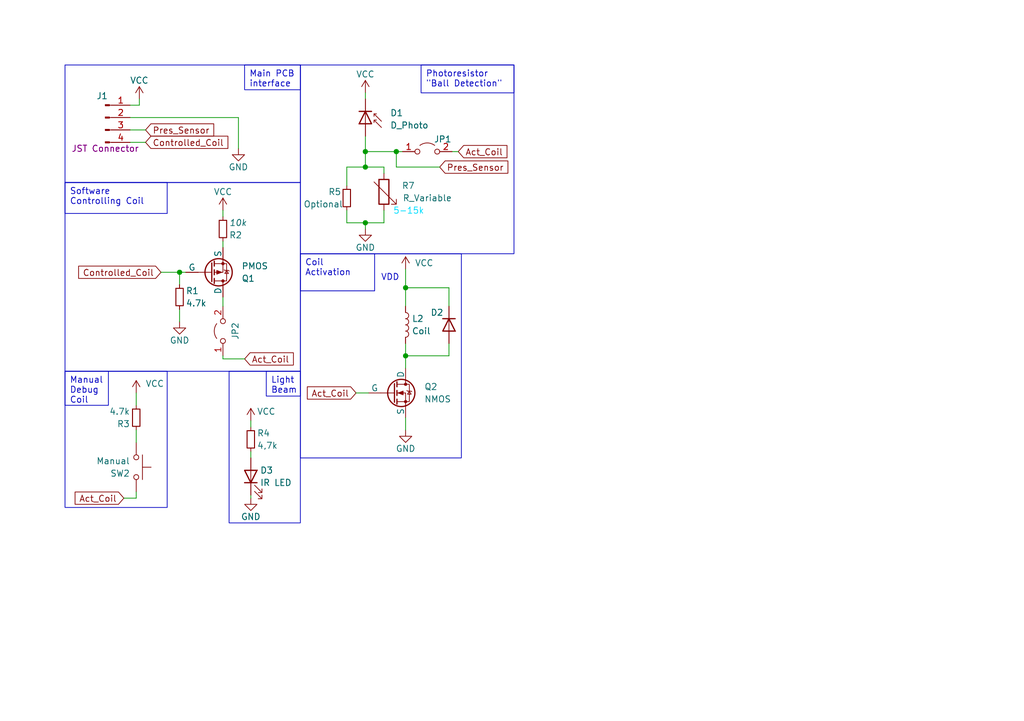
<source format=kicad_sch>
(kicad_sch (version 20230121) (generator eeschema)
  (paper "A5")
  (lib_symbols
    (symbol "Connector:Conn_01x04_Pin" (pin_names (offset 1.016) hide)
      (property "Reference" "J2" (at 0 3.81 0))
      (property "Note" "JST Connector" (at 0.635 -6.985 0))
      (symbol "Conn_01x04_Pin_1_1"
        (polyline (pts (xy 1.27 -5.08) (xy 0.8636 -5.08)) (stroke (width 0.1524)))
        (polyline (pts (xy 1.27 -2.54) (xy 0.8636 -2.54)) (stroke (width 0.1524)))
        (polyline (pts (xy 1.27 0) (xy 0.8636 0)) (stroke (width 0.1524)))
        (polyline (pts (xy 1.27 2.54) (xy 0.8636 2.54)) (stroke (width 0.1524)))
        (rectangle (start 0.8636 -4.953) (end 0 -5.207) (stroke (width 0.1524)) (fill (type outline)))
        (rectangle (start 0.8636 -2.413) (end 0 -2.667) (stroke (width 0.1524)) (fill (type outline)))
        (rectangle (start 0.8636 0.127) (end 0 -0.127) (stroke (width 0.1524)) (fill (type outline)))
        (rectangle (start 0.8636 2.667) (end 0 2.413) (stroke (width 0.1524)) (fill (type outline)))
        (pin power_out line (at 5.08 2.54 180) (length 3.81) (name "Pin_1") (number "1"))
        (pin power_out line (at 5.08 0 180) (length 3.81) (name "Pin_2") (number "2"))
        (pin passive line (at 5.08 -2.54 180) (length 3.81) (name "Pin_3") (number "3"))
        (pin passive line (at 5.08 -5.08 180) (length 3.81) (name "Pin_4") (number "4"))
      )
    )
    (symbol "Device:D_Photo" (pin_numbers hide) (pin_names hide)
      (property "Reference" "D" (at 0.508 1.778 0))
      (property "Value" "D_Photo" (at -1.016 -2.794 0))
      (symbol "D_Photo_0_1"
        (polyline (pts (xy -2.54 1.27) (xy -2.54 -1.27)) (stroke (width 0.254)))
        (polyline (pts (xy -2.032 1.778) (xy -1.524 1.778)))
        (polyline (pts (xy 0 0) (xy -2.54 0)))
        (polyline (pts (xy -0.508 3.302) (xy -2.032 1.778) (xy -2.032 2.286)))
        (polyline (pts (xy 0 -1.27) (xy 0 1.27) (xy -2.54 0) (xy 0 -1.27)) (stroke (width 0.254)))
        (polyline (pts (xy 0.762 3.302) (xy -0.762 1.778) (xy -0.762 2.286) (xy -0.762 1.778) (xy -0.254 1.778)))
      )
      (symbol "D_Photo_1_1"
        (pin passive line (at -5.08 0 0) (length 2.54) (name "K") (number "1"))
        (pin passive line (at 2.54 0 180) (length 2.54) (name "A") (number "2"))
      )
    )
    (symbol "Device:L" (pin_numbers hide) (pin_names (offset 1.016) hide)
      (property "Reference" "L" (at -1.27 0 90))
      (property "Value" "L" (at 1.905 0 90))
      (symbol "L_0_1"
        (arc (start 0 -2.54) (mid 0.6323 -1.905) (end 0 -1.27))
        (arc (start 0 -1.27) (mid 0.6323 -0.635) (end 0 0))
        (arc (start 0 0) (mid 0.6323 0.635) (end 0 1.27))
        (arc (start 0 1.27) (mid 0.6323 1.905) (end 0 2.54))
      )
      (symbol "L_1_1"
        (pin passive line (at 0 3.81 270) (length 1.27) (name "1") (number "1"))
        (pin passive line (at 0 -3.81 90) (length 1.27) (name "2") (number "2"))
      )
    )
    (symbol "Device:LED" (pin_numbers hide) (pin_names (offset 1.016) hide)
      (property "Reference" "D" (at 0 2.54 0))
      (property "Value" "LED" (at 0 -2.54 0))
      (symbol "LED_0_1"
        (polyline (pts (xy -1.27 -1.27) (xy -1.27 1.27)) (stroke (width 0.254)))
        (polyline (pts (xy -1.27 0) (xy 1.27 0)))
        (polyline (pts (xy 1.27 -1.27) (xy 1.27 1.27) (xy -1.27 0) (xy 1.27 -1.27)) (stroke (width 0.254)))
        (polyline (pts (xy -3.048 -0.762) (xy -4.572 -2.286) (xy -3.81 -2.286) (xy -4.572 -2.286) (xy -4.572 -1.524)))
        (polyline (pts (xy -1.778 -0.762) (xy -3.302 -2.286) (xy -2.54 -2.286) (xy -3.302 -2.286) (xy -3.302 -1.524)))
      )
      (symbol "LED_1_1"
        (pin passive line (at -3.81 0 0) (length 2.54) (name "K") (number "1"))
        (pin passive line (at 3.81 0 180) (length 2.54) (name "A") (number "2"))
      )
    )
    (symbol "Device:R_Small" (pin_numbers hide) (pin_names (offset 0.254) hide)
      (property "Reference" "R" (at 0.762 0.508 0))
      (property "Value" "R_Small" (at 0.762 -1.016 0))
      (symbol "R_Small_0_1"
        (rectangle (start -0.762 1.778) (end 0.762 -1.778) (stroke (width 0.2032)))
      )
      (symbol "R_Small_1_1"
        (pin passive line (at 0 2.54 270) (length 0.762) (name "~") (number "1"))
        (pin passive line (at 0 -2.54 90) (length 0.762) (name "~") (number "2"))
      )
    )
    (symbol "Device:R_Variable" (pin_numbers hide) (pin_names (offset 0))
      (property "Reference" "R" (at 2.54 -2.54 90))
      (property "Value" "R_Variable" (at -2.54 -1.27 90))
      (symbol "R_Variable_0_1"
        (rectangle (start -1.016 -2.54) (end 1.016 2.54) (stroke (width 0.254)))
        (polyline (pts (xy 2.54 1.524) (xy 2.54 2.54) (xy 1.524 2.54) (xy 2.54 2.54) (xy -2.032 -2.032)))
      )
      (symbol "R_Variable_1_1"
        (pin passive line (at 0 3.81 270) (length 1.27) (name "~") (number "1"))
        (pin passive line (at 0 -3.81 90) (length 1.27) (name "~") (number "2"))
      )
    )
    (symbol "Diode:1N914WT" (pin_numbers hide) (pin_names hide)
      (property "Reference" "D" (at 0 2.54 0))
      (property "Value" "1N914WT" (at 0 -2.54 0))
      (symbol "1N914WT_0_1"
        (polyline (pts (xy -1.27 1.27) (xy -1.27 -1.27)) (stroke (width 0.254)))
        (polyline (pts (xy 1.27 0) (xy -1.27 0)))
        (polyline (pts (xy 1.27 1.27) (xy 1.27 -1.27) (xy -1.27 0) (xy 1.27 1.27)) (stroke (width 0.254)))
      )
      (symbol "1N914WT_1_1"
        (pin passive line (at -3.81 0 0) (length 2.54) (name "K") (number "1"))
        (pin passive line (at 3.81 0 180) (length 2.54) (name "A") (number "2"))
      )
    )
    (symbol "Jumper:Jumper_2_Open" (pin_names (offset 0) hide)
      (property "Reference" "JP" (at 0 2.794 0))
      (property "Value" "Jumper_2_Open" (at 0 -2.286 0))
      (symbol "Jumper_2_Open_0_0"
        (circle (center -2.032 0) (radius 0.508))
        (circle (center 2.032 0) (radius 0.508))
      )
      (symbol "Jumper_2_Open_0_1"
        (arc (start 1.524 1.27) (mid 0 1.778) (end -1.524 1.27))
      )
      (symbol "Jumper_2_Open_1_1"
        (pin passive line (at -5.08 0 0) (length 2.54) (name "A") (number "1"))
        (pin passive line (at 5.08 0 180) (length 2.54) (name "B") (number "2"))
      )
    )
    (symbol "Simulation_SPICE:NMOS" (pin_numbers hide) (pin_names (offset 0))
      (property "Reference" "Q" (at 5.08 1.27 0))
      (property "Value" "NMOS" (at 5.08 -1.27 0))
      (symbol "NMOS_0_1"
        (polyline (pts (xy 0.254 0) (xy -2.54 0)))
        (polyline (pts (xy 0.254 1.905) (xy 0.254 -1.905)) (stroke (width 0.254)))
        (polyline (pts (xy 0.762 -1.27) (xy 0.762 -2.286)) (stroke (width 0.254)))
        (polyline (pts (xy 0.762 0.508) (xy 0.762 -0.508)) (stroke (width 0.254)))
        (polyline (pts (xy 0.762 2.286) (xy 0.762 1.27)) (stroke (width 0.254)))
        (polyline (pts (xy 2.54 2.54) (xy 2.54 1.778)))
        (polyline (pts (xy 2.54 -2.54) (xy 2.54 0) (xy 0.762 0)))
        (polyline (pts (xy 0.762 -1.778) (xy 3.302 -1.778) (xy 3.302 1.778) (xy 0.762 1.778)))
        (polyline (pts (xy 1.016 0) (xy 2.032 0.381) (xy 2.032 -0.381) (xy 1.016 0)) (fill (type outline)))
        (polyline (pts (xy 2.794 0.508) (xy 2.921 0.381) (xy 3.683 0.381) (xy 3.81 0.254)))
        (polyline (pts (xy 3.302 0.381) (xy 2.921 -0.254) (xy 3.683 -0.254) (xy 3.302 0.381)))
        (circle (center 1.651 0) (radius 2.794) (stroke (width 0.254)))
        (circle (center 2.54 -1.778) (radius 0.254) (fill (type outline)))
        (circle (center 2.54 1.778) (radius 0.254) (fill (type outline)))
      )
      (symbol "NMOS_1_1"
        (pin passive line (at 2.54 5.08 270) (length 2.54) (name "D") (number "1"))
        (pin input line (at -5.08 0 0) (length 2.54) (name "G") (number "2"))
        (pin passive line (at 2.54 -5.08 90) (length 2.54) (name "S") (number "3"))
      )
    )
    (symbol "Simulation_SPICE:PMOS" (pin_numbers hide) (pin_names (offset 0))
      (property "Reference" "Q" (at 5.08 1.27 0))
      (property "Value" "PMOS" (at 5.08 -1.27 0))
      (symbol "PMOS_0_1"
        (polyline (pts (xy 0.254 0) (xy -2.54 0)))
        (polyline (pts (xy 0.254 1.905) (xy 0.254 -1.905)) (stroke (width 0.254)))
        (polyline (pts (xy 0.762 -1.27) (xy 0.762 -2.286)) (stroke (width 0.254)))
        (polyline (pts (xy 0.762 0.508) (xy 0.762 -0.508)) (stroke (width 0.254)))
        (polyline (pts (xy 0.762 2.286) (xy 0.762 1.27)) (stroke (width 0.254)))
        (polyline (pts (xy 2.54 2.54) (xy 2.54 1.778)))
        (polyline (pts (xy 2.54 -2.54) (xy 2.54 0) (xy 0.762 0)))
        (polyline (pts (xy 0.762 1.778) (xy 3.302 1.778) (xy 3.302 -1.778) (xy 0.762 -1.778)))
        (polyline (pts (xy 2.286 0) (xy 1.27 0.381) (xy 1.27 -0.381) (xy 2.286 0)) (fill (type outline)))
        (polyline (pts (xy 2.794 -0.508) (xy 2.921 -0.381) (xy 3.683 -0.381) (xy 3.81 -0.254)))
        (polyline (pts (xy 3.302 -0.381) (xy 2.921 0.254) (xy 3.683 0.254) (xy 3.302 -0.381)))
        (circle (center 1.651 0) (radius 2.794) (stroke (width 0.254)))
        (circle (center 2.54 -1.778) (radius 0.254) (fill (type outline)))
        (circle (center 2.54 1.778) (radius 0.254) (fill (type outline)))
      )
      (symbol "PMOS_1_1"
        (pin passive line (at 2.54 5.08 270) (length 2.54) (name "D") (number "1"))
        (pin input line (at -5.08 0 0) (length 2.54) (name "G") (number "2"))
        (pin passive line (at 2.54 -5.08 90) (length 2.54) (name "S") (number "3"))
      )
    )
    (symbol "Switch:SW_Push" (pin_numbers hide) (pin_names (offset 1.016) hide)
      (property "Reference" "SW" (at 1.27 2.54 0))
      (property "Value" "SW_Push" (at 0 -1.524 0))
      (symbol "SW_Push_0_1"
        (circle (center -2.032 0) (radius 0.508))
        (polyline (pts (xy 0 1.27) (xy 0 3.048)))
        (polyline (pts (xy 2.54 1.27) (xy -2.54 1.27)))
        (circle (center 2.032 0) (radius 0.508))
        (pin passive line (at -5.08 0 0) (length 2.54) (name "1") (number "1"))
        (pin passive line (at 5.08 0 180) (length 2.54) (name "2") (number "2"))
      )
    )
    (symbol "power:GND" (power) (pin_names (offset 0))
      (property "Value" "GND" (at 0 -3.81 0))
      (symbol "GND_0_1"
        (polyline (pts (xy 0 0) (xy 0 -1.27) (xy 1.27 -1.27) (xy 0 -2.54) (xy -1.27 -1.27) (xy 0 -1.27)))
      )
      (symbol "GND_1_1"
        (pin power_in line (at 0 0 270) (length 0) hide (name "GND") (number "1"))
      )
    )
    (symbol "power:VCC" (power) (pin_names (offset 0))
      (property "Value" "VCC" (at 0 3.81 0))
      (symbol "VCC_0_1"
        (polyline (pts (xy -0.762 1.27) (xy 0 2.54)))
        (polyline (pts (xy 0 0) (xy 0 2.54)))
        (polyline (pts (xy 0 2.54) (xy 0.762 1.27)))
      )
      (symbol "VCC_1_1"
        (pin power_in line (at 0 0 90) (length 0) hide (name "VCC") (number "1"))
      )
    )
  )
  (junction (at 74.93 45.72))
  (junction (at 74.93 31.115))
  (junction (at 83.185 59.055))
  (junction (at 81.28 31.115))
  (junction (at 74.93 34.29))
  (junction (at 36.83 55.88))
  (junction (at 83.185 73.025))
  (wire (pts (xy 26.67 21.59) (xy 28.575 21.59)))
  (wire (pts (xy 26.67 29.21) (xy 29.845 29.21)))
  (wire (pts (xy 45.72 43.18) (xy 45.72 44.45)))
  (wire (pts (xy 26.67 24.13) (xy 48.895 24.13)))
  (wire (pts (xy 27.94 102.235) (xy 27.94 100.965)))
  (wire (pts (xy 92.71 31.115) (xy 93.98 31.115)))
  (wire (pts (xy 74.93 31.115) (xy 81.28 31.115)))
  (wire (pts (xy 26.67 26.67) (xy 29.845 26.67)))
  (wire (pts (xy 92.075 70.485) (xy 92.075 73.025)))
  (wire (pts (xy 90.17 34.29) (xy 81.28 34.29)))
  (wire (pts (xy 83.185 73.025) (xy 83.185 75.565)))
  (wire (pts (xy 36.83 55.88) (xy 38.1 55.88)))
  (wire (pts (xy 28.575 21.59) (xy 28.575 20.32)))
  (wire (pts (xy 45.72 49.53) (xy 45.72 50.8)))
  (wire (pts (xy 51.435 86.36) (xy 51.435 87.63)))
  (wire (pts (xy 73.025 80.645) (xy 75.565 80.645)))
  (wire (pts (xy 27.94 83.185) (xy 27.94 80.645)))
  (wire (pts (xy 83.185 55.245) (xy 83.185 59.055)))
  (wire (pts (xy 74.93 45.72) (xy 78.74 45.72)))
  (wire (pts (xy 36.83 55.88) (xy 36.83 58.42)))
  (wire (pts (xy 71.12 45.72) (xy 74.93 45.72)))
  (wire (pts (xy 51.435 92.71) (xy 51.435 93.98)))
  (wire (pts (xy 83.185 70.485) (xy 83.185 73.025)))
  (wire (pts (xy 74.93 31.115) (xy 74.93 34.29)))
  (wire (pts (xy 27.94 102.235) (xy 25.4 102.235)))
  (wire (pts (xy 45.72 60.96) (xy 45.72 62.865)))
  (wire (pts (xy 83.185 73.025) (xy 92.075 73.025)))
  (wire (pts (xy 81.28 31.115) (xy 82.55 31.115)))
  (wire (pts (xy 45.72 73.66) (xy 45.72 73.025)))
  (wire (pts (xy 51.435 102.235) (xy 51.435 101.6)))
  (wire (pts (xy 78.74 34.29) (xy 78.74 35.56)))
  (wire (pts (xy 83.185 59.055) (xy 83.185 62.865)))
  (wire (pts (xy 71.12 43.18) (xy 71.12 45.72)))
  (wire (pts (xy 81.28 34.29) (xy 81.28 31.115)))
  (wire (pts (xy 27.94 90.805) (xy 27.94 88.265)))
  (wire (pts (xy 74.93 27.94) (xy 74.93 31.115)))
  (wire (pts (xy 48.895 24.13) (xy 48.895 30.48)))
  (wire (pts (xy 36.83 63.5) (xy 36.83 66.04)))
  (wire (pts (xy 83.185 85.725) (xy 83.185 88.265)))
  (wire (pts (xy 74.93 19.05) (xy 74.93 20.32)))
  (wire (pts (xy 71.12 34.29) (xy 74.93 34.29)))
  (wire (pts (xy 92.075 62.865) (xy 92.075 59.055)))
  (wire (pts (xy 45.72 73.66) (xy 50.165 73.66)))
  (wire (pts (xy 74.93 45.72) (xy 74.93 46.99)))
  (wire (pts (xy 74.93 34.29) (xy 78.74 34.29)))
  (wire (pts (xy 92.075 59.055) (xy 83.185 59.055)))
  (wire (pts (xy 78.74 45.72) (xy 78.74 43.18)))
  (wire (pts (xy 71.12 38.1) (xy 71.12 34.29)))
  (wire (pts (xy 33.02 55.88) (xy 36.83 55.88)))
  (rectangle (start 61.595 13.335) (end 105.41 52.07))
  (rectangle (start 13.335 76.2) (end 34.29 104.14))
  (rectangle (start 46.99 76.2) (end 61.595 107.315))
  (rectangle (start 13.335 13.335) (end 61.595 37.465))
  (rectangle (start 13.335 37.465) (end 61.595 76.2))
  (rectangle (start 61.595 52.07) (end 94.615 93.98))
  (text_box "Main PCB interface" (at 50.165 13.335 0) (size 11.43 5.08) (effects (font (size 1.27 1.27)) (justify left top)))
  (text_box "Coil Activation" (at 61.595 52.07 0) (size 15.24 7.62) (effects (font (size 1.27 1.27)) (justify left top)))
  (text_box "Light Beam" (at 54.61 76.2 0) (size 6.985 5.08) (effects (font (size 1.27 1.27)) (justify left top)))
  (text_box "Software Controlling Coil" (at 13.335 37.465 0) (size 20.955 6.35) (effects (font (size 1.27 1.27)) (justify left top)))
  (text_box "Photoresistor \"Ball Detection\"" (at 86.36 13.335 0) (size 19.05 5.715) (effects (font (size 1.27 1.27)) (justify left top)))
  (text_box "Manual Debug Coil" (at 13.335 76.2 0) (size 8.89 6.985) (effects (font (size 1.27 1.27)) (justify left top)))
  (text "VDD" (at 78.105 57.785 0) (effects (font (size 1.27 1.27)) (justify left bottom)))
  (global_label "Act_Coil" (shape input) (at 25.4 102.235 180) (property "Intersheetrefs" "${INTERSHEET_REFS}" (effects hide)))
  (global_label "Act_Coil" (shape input) (at 73.025 80.645 180) (property "Intersheetrefs" "${INTERSHEET_REFS}" (effects hide)))
  (global_label "Controlled_Coil" (shape input) (at 29.845 29.21 0) (property "Intersheetrefs" "${INTERSHEET_REFS}" (effects hide)))
  (global_label "Pres_Sensor" (shape input) (at 29.845 26.67 0) (property "Intersheetrefs" "${INTERSHEET_REFS}" (effects hide)))
  (global_label "Act_Coil" (shape input) (at 93.98 31.115 0) (property "Intersheetrefs" "${INTERSHEET_REFS}" (effects hide)))
  (global_label "Controlled_Coil" (shape input) (at 33.02 55.88 180) (property "Intersheetrefs" "${INTERSHEET_REFS}" (effects hide)))
  (global_label "Act_Coil" (shape input) (at 50.165 73.66 0) (property "Intersheetrefs" "${INTERSHEET_REFS}" (effects hide)))
  (global_label "Pres_Sensor" (shape input) (at 90.17 34.29 0) (property "Intersheetrefs" "${INTERSHEET_REFS}" (effects hide)))
  (symbol (lib_id "Device:D_Photo") (at 74.93 25.4 270) (unit 1)
    (property "Reference" "D1" (at 80.01 23.1775 90) (effects (justify left)))
    (property "Value" "D_Photo" (at 80.01 25.7175 90) (effects (justify left)))
    (property "Datasheet" "https://www.vishay.com/docs/81951/temd7000.pdf" (effects hide))
  )
  (symbol (lib_id "Device:R_Small") (at 45.72 46.99 0) (mirror x) (unit 1)
    (property "Reference" "R2" (at 46.99 48.26 0) (effects (justify left)))
    (property "Value" "10k" (at 46.99 45.72 0) (effects (font italic) (justify left)))
    (property "Datasheet" "https://www.seielect.com/catalog/sei-rmcf_rmcp.pdf" (effects hide))
  )
  (symbol (lib_id "power:VCC") (at 45.72 43.18 0) (unit 1)
    (property "Reference" "#PWR03" (effects hide))
    (property "Value" "VCC" (at 45.72 39.37 0))
  )
  (symbol (lib_id "Device:R_Small") (at 36.83 60.96 0) (unit 1)
    (property "Reference" "R1" (at 38.1 59.69 0) (effects (justify left)))
    (property "Value" "4.7k" (at 38.1 62.23 0) (effects (justify left)))
    (property "Datasheet" "https://www.yageo.com/upload/media/product/app/datasheet/rchip/pyu-rc_group_51_rohs_l.pdf" (effects hide))
  )
  (symbol (lib_id "power:VCC") (at 83.185 55.245 0) (unit 1)
    (property "Reference" "#PWR07" (effects hide))
    (property "Value" "VCC" (at 86.995 53.975 0))
  )
  (symbol (lib_id "power:GND") (at 51.435 102.235 0) (unit 1)
    (property "Reference" "#PWR011" (effects hide))
    (property "Value" "GND" (at 51.435 106.045 0))
  )
  (symbol (lib_id "Simulation_SPICE:PMOS") (at 43.18 55.88 0) (mirror x) (unit 1)
    (property "Reference" "Q1" (at 49.53 57.15 0) (effects (justify left)))
    (property "Value" "PMOS" (at 49.53 54.61 0) (effects (justify left)))
    (property "Datasheet" "https://www.vishay.com/docs/68717/si2333cd.pdf" (effects hide))
    (property "Sim.Device" "PMOS" (effects hide))
    (property "Sim.Type" "VDMOS" (effects hide))
    (property "Sim.Pins" "1=D 2=G 3=S" (effects hide))
  )
  (symbol (lib_id "Device:R_Small") (at 51.435 90.17 0) (unit 1)
    (property "Reference" "R4" (at 52.705 88.9 0) (effects (justify left)))
    (property "Value" "4,7k" (at 52.705 91.44 0) (effects (justify left)))
    (property "Datasheet" "https://www.yageo.com/upload/media/product/app/datasheet/rchip/pyu-rc_group_51_rohs_l.pdf" (effects hide))
  )
  (symbol (lib_id "Jumper:Jumper_2_Open") (at 45.72 67.945 90) (unit 1)
    (property "Reference" "JP2" (at 48.26 67.945 0))
    (property "Value" "Jumper_2_Open" (effects hide))
    (property "Footprint" "Connector_PinHeader_1.00mm:PinHeader_1x02_P1.00mm_Vertical" (effects hide))
  )
  (symbol (lib_id "power:GND") (at 48.895 30.48 0) (unit 1)
    (property "Reference" "#PWR02" (effects hide))
    (property "Value" "GND" (at 48.895 34.29 0))
  )
  (symbol (lib_id "power:GND") (at 83.185 88.265 0) (unit 1)
    (property "Reference" "#PWR08" (effects hide))
    (property "Value" "GND" (at 83.185 92.075 0))
  )
  (symbol (lib_id "Device:LED") (at 51.435 97.79 90) (unit 1)
    (property "Reference" "D3" (at 53.34 96.52 90) (effects (justify right)))
    (property "Value" "IR LED" (at 53.34 99.06 90) (effects (justify right)))
    (property "Datasheet" "https://www.vishay.com/docs/81931/vslb3940.pdf" (effects hide))
  )
  (symbol (lib_id "Switch:SW_Push") (at 27.94 95.885 270) (unit 1)
    (property "Reference" "SW2" (at 26.67 97.155 90) (effects (justify right)))
    (property "Value" "Manual" (at 26.67 94.615 90) (effects (justify right)))
  )
  (symbol (lib_id "Device:R_Small") (at 71.12 40.64 0) (unit 1)
    (property "Reference" "R5" (at 67.31 39.37 0) (effects (justify left)))
    (property "Value" "Optional" (at 62.23 41.91 0) (effects (justify left)))
    (property "Datasheet" "https://www.seielect.com/catalog/sei-rmcf_rmcp.pdf" (effects hide))
  )
  (symbol (lib_id "Device:L") (at 83.185 66.675 0) (unit 1)
    (property "Reference" "L2" (at 84.455 65.405 0) (effects (justify left)))
    (property "Value" "Coil" (at 84.455 67.945 0) (effects (justify left)))
  )
  (symbol (lib_id "power:VCC") (at 27.94 80.645 0) (unit 1)
    (property "Reference" "#PWR05" (effects hide))
    (property "Value" "VCC" (at 31.75 78.74 0))
  )
  (symbol (lib_id "Device:R_Variable") (at 78.74 39.37 0) (mirror x) (unit 1)
    (property "Reference" "R7" (at 85.09 38.1 0) (effects (justify right)))
    (property "Value" "R_Variable" (at 92.71 40.64 0) (effects (justify right)))
    (property "Note" "5-15k" (at 83.82 43.18 0))
  )
  (symbol (lib_id "Simulation_SPICE:NMOS") (at 80.645 80.645 0) (unit 1)
    (property "Reference" "Q2" (at 86.995 79.375 0) (effects (justify left)))
    (property "Value" "NMOS" (at 86.995 81.915 0) (effects (justify left)))
    (property "Datasheet" "https://rocelec.widen.net/view/pdf/7i5cluuw7m/FAIRS19378-1.pdf?t.download=true&u=5oefqw" (effects hide))
    (property "Sim.Device" "NMOS" (effects hide))
    (property "Sim.Type" "VDMOS" (effects hide))
    (property "Sim.Pins" "1=D 2=G 3=S" (effects hide))
  )
  (symbol (lib_id "power:VCC") (at 74.93 19.05 0) (unit 1)
    (property "Reference" "#PWR06" (effects hide))
    (property "Value" "VCC" (at 74.93 15.24 0))
  )
  (symbol (lib_id "power:GND") (at 74.93 46.99 0) (unit 1)
    (property "Reference" "#PWR09" (effects hide))
    (property "Value" "GND" (at 74.93 50.8 0))
  )
  (symbol (lib_id "Jumper:Jumper_2_Open") (at 87.63 31.115 0) (unit 1)
    (property "Reference" "JP1" (at 90.805 28.575 0))
    (property "Value" "Jumper_2_Open" (effects hide))
  )
  (symbol (lib_id "Device:R_Small") (at 27.94 85.725 180) (unit 1)
    (property "Reference" "R3" (at 26.67 86.995 0) (effects (justify left)))
    (property "Value" "4.7k" (at 26.67 84.455 0) (effects (justify left)))
    (property "Datasheet" "https://www.yageo.com/upload/media/product/app/datasheet/rchip/pyu-rc_group_51_rohs_l.pdf" (effects hide))
  )
  (symbol (lib_id "power:VCC") (at 28.575 20.32 0) (unit 1)
    (property "Reference" "#PWR01" (effects hide))
    (property "Value" "VCC" (at 28.575 16.51 0))
  )
  (symbol (lib_id "power:VCC") (at 51.435 86.36 0) (unit 1)
    (property "Reference" "#PWR010" (effects hide))
    (property "Value" "VCC" (at 54.61 84.455 0))
  )
  (symbol (lib_id "Diode:1N914WT") (at 92.075 66.675 270) (unit 1)
    (property "Reference" "D2" (at 88.265 64.135 90) (effects (justify left)))
    (property "Value" "1N914WT" (effects hide))
    (property "Footprint" "Diode_SMD:D_SOD-523" (effects hide))
    (property "Datasheet" "https://www.digikey.se/sv/products/detail/micro-commercial-co/SM5819PL-TP/1793253" (effects hide))
    (property "Sim.Device" "D" (effects hide))
    (property "Sim.Pins" "1=K 2=A" (effects hide))
  )
  (symbol (lib_id "power:GND") (at 36.83 66.04 0) (unit 1)
    (property "Reference" "#PWR04" (effects hide))
    (property "Value" "GND" (at 36.83 69.85 0))
  )
  (symbol (lib_id "Connector:Conn_01x04_Pin") (at 21.59 24.13 0) (unit 1)
    (property "Reference" "J1" (at 20.955 19.685 0))
    (property "Value" "Conn_01x04_Pin" (effects hide))
    (property "Footprint" "Connector_JST:JST_XH_B4B-XH-A_1x04_P2.50mm_Vertical" (effects hide))
    (property "Note" "JST Connector" (at 21.59 30.48 0))
  )
)
</source>
